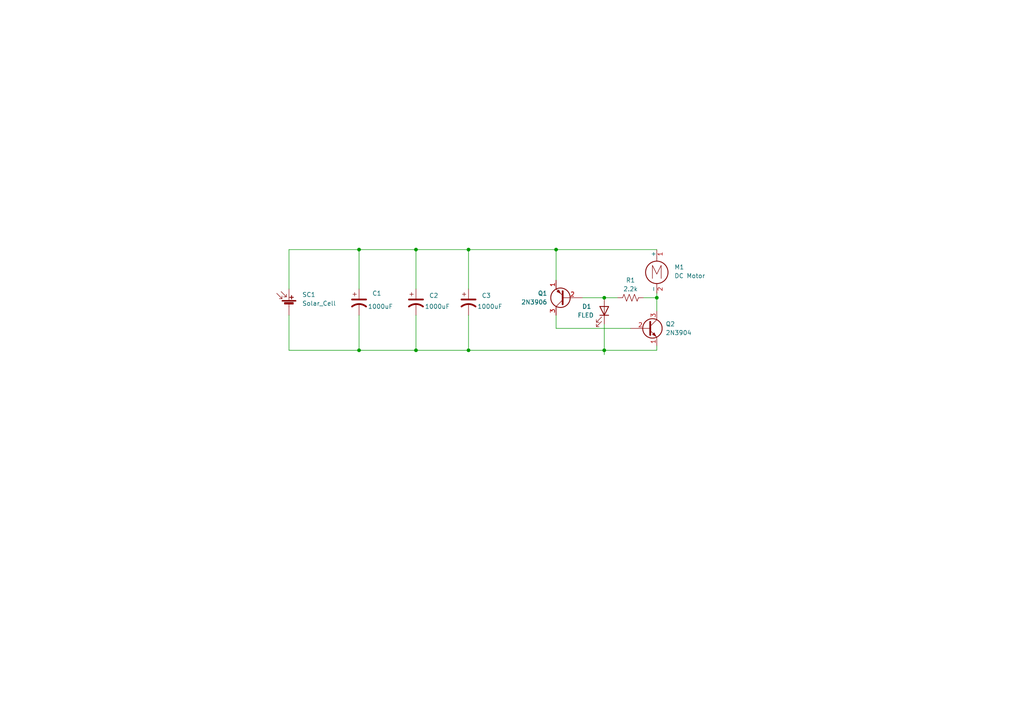
<source format=kicad_sch>
(kicad_sch (version 20211123) (generator eeschema)

  (uuid 9538e4ed-27e6-4c37-b989-9859dc0d49e8)

  (paper "A4")

  (lib_symbols
    (symbol "Device:C_Polarized_US" (pin_numbers hide) (pin_names (offset 0.254) hide) (in_bom yes) (on_board yes)
      (property "Reference" "C" (id 0) (at 0.635 2.54 0)
        (effects (font (size 1.27 1.27)) (justify left))
      )
      (property "Value" "C_Polarized_US" (id 1) (at 0.635 -2.54 0)
        (effects (font (size 1.27 1.27)) (justify left))
      )
      (property "Footprint" "" (id 2) (at 0 0 0)
        (effects (font (size 1.27 1.27)) hide)
      )
      (property "Datasheet" "~" (id 3) (at 0 0 0)
        (effects (font (size 1.27 1.27)) hide)
      )
      (property "ki_keywords" "cap capacitor" (id 4) (at 0 0 0)
        (effects (font (size 1.27 1.27)) hide)
      )
      (property "ki_description" "Polarized capacitor, US symbol" (id 5) (at 0 0 0)
        (effects (font (size 1.27 1.27)) hide)
      )
      (property "ki_fp_filters" "CP_*" (id 6) (at 0 0 0)
        (effects (font (size 1.27 1.27)) hide)
      )
      (symbol "C_Polarized_US_0_1"
        (polyline
          (pts
            (xy -2.032 0.762)
            (xy 2.032 0.762)
          )
          (stroke (width 0.508) (type default) (color 0 0 0 0))
          (fill (type none))
        )
        (polyline
          (pts
            (xy -1.778 2.286)
            (xy -0.762 2.286)
          )
          (stroke (width 0) (type default) (color 0 0 0 0))
          (fill (type none))
        )
        (polyline
          (pts
            (xy -1.27 1.778)
            (xy -1.27 2.794)
          )
          (stroke (width 0) (type default) (color 0 0 0 0))
          (fill (type none))
        )
        (arc (start 2.032 -1.27) (mid 0 -0.5572) (end -2.032 -1.27)
          (stroke (width 0.508) (type default) (color 0 0 0 0))
          (fill (type none))
        )
      )
      (symbol "C_Polarized_US_1_1"
        (pin passive line (at 0 3.81 270) (length 2.794)
          (name "~" (effects (font (size 1.27 1.27))))
          (number "1" (effects (font (size 1.27 1.27))))
        )
        (pin passive line (at 0 -3.81 90) (length 3.302)
          (name "~" (effects (font (size 1.27 1.27))))
          (number "2" (effects (font (size 1.27 1.27))))
        )
      )
    )
    (symbol "Device:LED" (pin_numbers hide) (pin_names (offset 1.016) hide) (in_bom yes) (on_board yes)
      (property "Reference" "D" (id 0) (at 0 2.54 0)
        (effects (font (size 1.27 1.27)))
      )
      (property "Value" "LED" (id 1) (at 0 -2.54 0)
        (effects (font (size 1.27 1.27)))
      )
      (property "Footprint" "" (id 2) (at 0 0 0)
        (effects (font (size 1.27 1.27)) hide)
      )
      (property "Datasheet" "~" (id 3) (at 0 0 0)
        (effects (font (size 1.27 1.27)) hide)
      )
      (property "ki_keywords" "LED diode" (id 4) (at 0 0 0)
        (effects (font (size 1.27 1.27)) hide)
      )
      (property "ki_description" "Light emitting diode" (id 5) (at 0 0 0)
        (effects (font (size 1.27 1.27)) hide)
      )
      (property "ki_fp_filters" "LED* LED_SMD:* LED_THT:*" (id 6) (at 0 0 0)
        (effects (font (size 1.27 1.27)) hide)
      )
      (symbol "LED_0_1"
        (polyline
          (pts
            (xy -1.27 -1.27)
            (xy -1.27 1.27)
          )
          (stroke (width 0.254) (type default) (color 0 0 0 0))
          (fill (type none))
        )
        (polyline
          (pts
            (xy -1.27 0)
            (xy 1.27 0)
          )
          (stroke (width 0) (type default) (color 0 0 0 0))
          (fill (type none))
        )
        (polyline
          (pts
            (xy 1.27 -1.27)
            (xy 1.27 1.27)
            (xy -1.27 0)
            (xy 1.27 -1.27)
          )
          (stroke (width 0.254) (type default) (color 0 0 0 0))
          (fill (type none))
        )
        (polyline
          (pts
            (xy -3.048 -0.762)
            (xy -4.572 -2.286)
            (xy -3.81 -2.286)
            (xy -4.572 -2.286)
            (xy -4.572 -1.524)
          )
          (stroke (width 0) (type default) (color 0 0 0 0))
          (fill (type none))
        )
        (polyline
          (pts
            (xy -1.778 -0.762)
            (xy -3.302 -2.286)
            (xy -2.54 -2.286)
            (xy -3.302 -2.286)
            (xy -3.302 -1.524)
          )
          (stroke (width 0) (type default) (color 0 0 0 0))
          (fill (type none))
        )
      )
      (symbol "LED_1_1"
        (pin passive line (at -3.81 0 0) (length 2.54)
          (name "K" (effects (font (size 1.27 1.27))))
          (number "1" (effects (font (size 1.27 1.27))))
        )
        (pin passive line (at 3.81 0 180) (length 2.54)
          (name "A" (effects (font (size 1.27 1.27))))
          (number "2" (effects (font (size 1.27 1.27))))
        )
      )
    )
    (symbol "Device:R_US" (pin_numbers hide) (pin_names (offset 0)) (in_bom yes) (on_board yes)
      (property "Reference" "R" (id 0) (at 2.54 0 90)
        (effects (font (size 1.27 1.27)))
      )
      (property "Value" "R_US" (id 1) (at -2.54 0 90)
        (effects (font (size 1.27 1.27)))
      )
      (property "Footprint" "" (id 2) (at 1.016 -0.254 90)
        (effects (font (size 1.27 1.27)) hide)
      )
      (property "Datasheet" "~" (id 3) (at 0 0 0)
        (effects (font (size 1.27 1.27)) hide)
      )
      (property "ki_keywords" "R res resistor" (id 4) (at 0 0 0)
        (effects (font (size 1.27 1.27)) hide)
      )
      (property "ki_description" "Resistor, US symbol" (id 5) (at 0 0 0)
        (effects (font (size 1.27 1.27)) hide)
      )
      (property "ki_fp_filters" "R_*" (id 6) (at 0 0 0)
        (effects (font (size 1.27 1.27)) hide)
      )
      (symbol "R_US_0_1"
        (polyline
          (pts
            (xy 0 -2.286)
            (xy 0 -2.54)
          )
          (stroke (width 0) (type default) (color 0 0 0 0))
          (fill (type none))
        )
        (polyline
          (pts
            (xy 0 2.286)
            (xy 0 2.54)
          )
          (stroke (width 0) (type default) (color 0 0 0 0))
          (fill (type none))
        )
        (polyline
          (pts
            (xy 0 -0.762)
            (xy 1.016 -1.143)
            (xy 0 -1.524)
            (xy -1.016 -1.905)
            (xy 0 -2.286)
          )
          (stroke (width 0) (type default) (color 0 0 0 0))
          (fill (type none))
        )
        (polyline
          (pts
            (xy 0 0.762)
            (xy 1.016 0.381)
            (xy 0 0)
            (xy -1.016 -0.381)
            (xy 0 -0.762)
          )
          (stroke (width 0) (type default) (color 0 0 0 0))
          (fill (type none))
        )
        (polyline
          (pts
            (xy 0 2.286)
            (xy 1.016 1.905)
            (xy 0 1.524)
            (xy -1.016 1.143)
            (xy 0 0.762)
          )
          (stroke (width 0) (type default) (color 0 0 0 0))
          (fill (type none))
        )
      )
      (symbol "R_US_1_1"
        (pin passive line (at 0 3.81 270) (length 1.27)
          (name "~" (effects (font (size 1.27 1.27))))
          (number "1" (effects (font (size 1.27 1.27))))
        )
        (pin passive line (at 0 -3.81 90) (length 1.27)
          (name "~" (effects (font (size 1.27 1.27))))
          (number "2" (effects (font (size 1.27 1.27))))
        )
      )
    )
    (symbol "Device:Solar_Cell" (pin_numbers hide) (pin_names (offset 0) hide) (in_bom yes) (on_board yes)
      (property "Reference" "SC" (id 0) (at 2.54 2.54 0)
        (effects (font (size 1.27 1.27)) (justify left))
      )
      (property "Value" "Solar_Cell" (id 1) (at 2.54 0 0)
        (effects (font (size 1.27 1.27)) (justify left))
      )
      (property "Footprint" "" (id 2) (at 0 1.524 90)
        (effects (font (size 1.27 1.27)) hide)
      )
      (property "Datasheet" "~" (id 3) (at 0 1.524 90)
        (effects (font (size 1.27 1.27)) hide)
      )
      (property "ki_keywords" "solar cell" (id 4) (at 0 0 0)
        (effects (font (size 1.27 1.27)) hide)
      )
      (property "ki_description" "Single solar cell" (id 5) (at 0 0 0)
        (effects (font (size 1.27 1.27)) hide)
      )
      (symbol "Solar_Cell_0_1"
        (rectangle (start -2.032 1.778) (end 2.032 1.524)
          (stroke (width 0) (type default) (color 0 0 0 0))
          (fill (type outline))
        )
        (rectangle (start -1.3208 1.1938) (end 1.27 0.6858)
          (stroke (width 0) (type default) (color 0 0 0 0))
          (fill (type outline))
        )
        (polyline
          (pts
            (xy -2.032 2.286)
            (xy -3.556 3.81)
          )
          (stroke (width 0) (type default) (color 0 0 0 0))
          (fill (type none))
        )
        (polyline
          (pts
            (xy -0.762 2.794)
            (xy -2.286 4.318)
          )
          (stroke (width 0) (type default) (color 0 0 0 0))
          (fill (type none))
        )
        (polyline
          (pts
            (xy 0 0.762)
            (xy 0 0)
          )
          (stroke (width 0) (type default) (color 0 0 0 0))
          (fill (type none))
        )
        (polyline
          (pts
            (xy 0 1.778)
            (xy 0 2.54)
          )
          (stroke (width 0) (type default) (color 0 0 0 0))
          (fill (type none))
        )
        (polyline
          (pts
            (xy 0.254 2.667)
            (xy 1.27 2.667)
          )
          (stroke (width 0.254) (type default) (color 0 0 0 0))
          (fill (type none))
        )
        (polyline
          (pts
            (xy 0.762 3.175)
            (xy 0.762 2.159)
          )
          (stroke (width 0.254) (type default) (color 0 0 0 0))
          (fill (type none))
        )
        (polyline
          (pts
            (xy -2.032 3.048)
            (xy -2.032 2.286)
            (xy -2.794 2.286)
          )
          (stroke (width 0) (type default) (color 0 0 0 0))
          (fill (type none))
        )
        (polyline
          (pts
            (xy -0.762 3.556)
            (xy -0.762 2.794)
            (xy -1.524 2.794)
          )
          (stroke (width 0) (type default) (color 0 0 0 0))
          (fill (type none))
        )
      )
      (symbol "Solar_Cell_1_1"
        (pin passive line (at 0 5.08 270) (length 2.54)
          (name "+" (effects (font (size 1.27 1.27))))
          (number "1" (effects (font (size 1.27 1.27))))
        )
        (pin passive line (at 0 -2.54 90) (length 2.54)
          (name "-" (effects (font (size 1.27 1.27))))
          (number "2" (effects (font (size 1.27 1.27))))
        )
      )
    )
    (symbol "Motor:Motor_DC" (pin_names (offset 0)) (in_bom yes) (on_board yes)
      (property "Reference" "M" (id 0) (at 2.54 2.54 0)
        (effects (font (size 1.27 1.27)) (justify left))
      )
      (property "Value" "Motor_DC" (id 1) (at 2.54 -5.08 0)
        (effects (font (size 1.27 1.27)) (justify left top))
      )
      (property "Footprint" "" (id 2) (at 0 -2.286 0)
        (effects (font (size 1.27 1.27)) hide)
      )
      (property "Datasheet" "~" (id 3) (at 0 -2.286 0)
        (effects (font (size 1.27 1.27)) hide)
      )
      (property "ki_keywords" "DC Motor" (id 4) (at 0 0 0)
        (effects (font (size 1.27 1.27)) hide)
      )
      (property "ki_description" "DC Motor" (id 5) (at 0 0 0)
        (effects (font (size 1.27 1.27)) hide)
      )
      (property "ki_fp_filters" "PinHeader*P2.54mm* TerminalBlock*" (id 6) (at 0 0 0)
        (effects (font (size 1.27 1.27)) hide)
      )
      (symbol "Motor_DC_0_0"
        (polyline
          (pts
            (xy -1.27 -3.302)
            (xy -1.27 0.508)
            (xy 0 -2.032)
            (xy 1.27 0.508)
            (xy 1.27 -3.302)
          )
          (stroke (width 0) (type default) (color 0 0 0 0))
          (fill (type none))
        )
      )
      (symbol "Motor_DC_0_1"
        (circle (center 0 -1.524) (radius 3.2512)
          (stroke (width 0.254) (type default) (color 0 0 0 0))
          (fill (type none))
        )
        (polyline
          (pts
            (xy 0 -7.62)
            (xy 0 -7.112)
          )
          (stroke (width 0) (type default) (color 0 0 0 0))
          (fill (type none))
        )
        (polyline
          (pts
            (xy 0 -4.7752)
            (xy 0 -5.1816)
          )
          (stroke (width 0) (type default) (color 0 0 0 0))
          (fill (type none))
        )
        (polyline
          (pts
            (xy 0 1.7272)
            (xy 0 2.0828)
          )
          (stroke (width 0) (type default) (color 0 0 0 0))
          (fill (type none))
        )
        (polyline
          (pts
            (xy 0 2.032)
            (xy 0 2.54)
          )
          (stroke (width 0) (type default) (color 0 0 0 0))
          (fill (type none))
        )
      )
      (symbol "Motor_DC_1_1"
        (pin passive line (at 0 5.08 270) (length 2.54)
          (name "+" (effects (font (size 1.27 1.27))))
          (number "1" (effects (font (size 1.27 1.27))))
        )
        (pin passive line (at 0 -7.62 90) (length 2.54)
          (name "-" (effects (font (size 1.27 1.27))))
          (number "2" (effects (font (size 1.27 1.27))))
        )
      )
    )
    (symbol "Transistor_BJT:2N3904" (pin_names (offset 0) hide) (in_bom yes) (on_board yes)
      (property "Reference" "Q" (id 0) (at 5.08 1.905 0)
        (effects (font (size 1.27 1.27)) (justify left))
      )
      (property "Value" "2N3904" (id 1) (at 5.08 0 0)
        (effects (font (size 1.27 1.27)) (justify left))
      )
      (property "Footprint" "Package_TO_SOT_THT:TO-92_Inline" (id 2) (at 5.08 -1.905 0)
        (effects (font (size 1.27 1.27) italic) (justify left) hide)
      )
      (property "Datasheet" "https://www.onsemi.com/pub/Collateral/2N3903-D.PDF" (id 3) (at 0 0 0)
        (effects (font (size 1.27 1.27)) (justify left) hide)
      )
      (property "ki_keywords" "NPN Transistor" (id 4) (at 0 0 0)
        (effects (font (size 1.27 1.27)) hide)
      )
      (property "ki_description" "0.2A Ic, 40V Vce, Small Signal NPN Transistor, TO-92" (id 5) (at 0 0 0)
        (effects (font (size 1.27 1.27)) hide)
      )
      (property "ki_fp_filters" "TO?92*" (id 6) (at 0 0 0)
        (effects (font (size 1.27 1.27)) hide)
      )
      (symbol "2N3904_0_1"
        (polyline
          (pts
            (xy 0.635 0.635)
            (xy 2.54 2.54)
          )
          (stroke (width 0) (type default) (color 0 0 0 0))
          (fill (type none))
        )
        (polyline
          (pts
            (xy 0.635 -0.635)
            (xy 2.54 -2.54)
            (xy 2.54 -2.54)
          )
          (stroke (width 0) (type default) (color 0 0 0 0))
          (fill (type none))
        )
        (polyline
          (pts
            (xy 0.635 1.905)
            (xy 0.635 -1.905)
            (xy 0.635 -1.905)
          )
          (stroke (width 0.508) (type default) (color 0 0 0 0))
          (fill (type none))
        )
        (polyline
          (pts
            (xy 1.27 -1.778)
            (xy 1.778 -1.27)
            (xy 2.286 -2.286)
            (xy 1.27 -1.778)
            (xy 1.27 -1.778)
          )
          (stroke (width 0) (type default) (color 0 0 0 0))
          (fill (type outline))
        )
        (circle (center 1.27 0) (radius 2.8194)
          (stroke (width 0.254) (type default) (color 0 0 0 0))
          (fill (type none))
        )
      )
      (symbol "2N3904_1_1"
        (pin passive line (at 2.54 -5.08 90) (length 2.54)
          (name "E" (effects (font (size 1.27 1.27))))
          (number "1" (effects (font (size 1.27 1.27))))
        )
        (pin passive line (at -5.08 0 0) (length 5.715)
          (name "B" (effects (font (size 1.27 1.27))))
          (number "2" (effects (font (size 1.27 1.27))))
        )
        (pin passive line (at 2.54 5.08 270) (length 2.54)
          (name "C" (effects (font (size 1.27 1.27))))
          (number "3" (effects (font (size 1.27 1.27))))
        )
      )
    )
    (symbol "Transistor_BJT:2N3906" (pin_names (offset 0) hide) (in_bom yes) (on_board yes)
      (property "Reference" "Q" (id 0) (at 5.08 1.905 0)
        (effects (font (size 1.27 1.27)) (justify left))
      )
      (property "Value" "2N3906" (id 1) (at 5.08 0 0)
        (effects (font (size 1.27 1.27)) (justify left))
      )
      (property "Footprint" "Package_TO_SOT_THT:TO-92_Inline" (id 2) (at 5.08 -1.905 0)
        (effects (font (size 1.27 1.27) italic) (justify left) hide)
      )
      (property "Datasheet" "https://www.onsemi.com/pub/Collateral/2N3906-D.PDF" (id 3) (at 0 0 0)
        (effects (font (size 1.27 1.27)) (justify left) hide)
      )
      (property "ki_keywords" "PNP Transistor" (id 4) (at 0 0 0)
        (effects (font (size 1.27 1.27)) hide)
      )
      (property "ki_description" "-0.2A Ic, -40V Vce, Small Signal PNP Transistor, TO-92" (id 5) (at 0 0 0)
        (effects (font (size 1.27 1.27)) hide)
      )
      (property "ki_fp_filters" "TO?92*" (id 6) (at 0 0 0)
        (effects (font (size 1.27 1.27)) hide)
      )
      (symbol "2N3906_0_1"
        (polyline
          (pts
            (xy 0.635 0.635)
            (xy 2.54 2.54)
          )
          (stroke (width 0) (type default) (color 0 0 0 0))
          (fill (type none))
        )
        (polyline
          (pts
            (xy 0.635 -0.635)
            (xy 2.54 -2.54)
            (xy 2.54 -2.54)
          )
          (stroke (width 0) (type default) (color 0 0 0 0))
          (fill (type none))
        )
        (polyline
          (pts
            (xy 0.635 1.905)
            (xy 0.635 -1.905)
            (xy 0.635 -1.905)
          )
          (stroke (width 0.508) (type default) (color 0 0 0 0))
          (fill (type none))
        )
        (polyline
          (pts
            (xy 2.286 -1.778)
            (xy 1.778 -2.286)
            (xy 1.27 -1.27)
            (xy 2.286 -1.778)
            (xy 2.286 -1.778)
          )
          (stroke (width 0) (type default) (color 0 0 0 0))
          (fill (type outline))
        )
        (circle (center 1.27 0) (radius 2.8194)
          (stroke (width 0.254) (type default) (color 0 0 0 0))
          (fill (type none))
        )
      )
      (symbol "2N3906_1_1"
        (pin passive line (at 2.54 -5.08 90) (length 2.54)
          (name "E" (effects (font (size 1.27 1.27))))
          (number "1" (effects (font (size 1.27 1.27))))
        )
        (pin input line (at -5.08 0 0) (length 5.715)
          (name "B" (effects (font (size 1.27 1.27))))
          (number "2" (effects (font (size 1.27 1.27))))
        )
        (pin passive line (at 2.54 5.08 270) (length 2.54)
          (name "C" (effects (font (size 1.27 1.27))))
          (number "3" (effects (font (size 1.27 1.27))))
        )
      )
    )
  )

  (junction (at 190.5 86.36) (diameter 0) (color 0 0 0 0)
    (uuid 0db9c08f-d153-4779-bbbb-c39b13ee9eb7)
  )
  (junction (at 161.29 72.39) (diameter 0) (color 0 0 0 0)
    (uuid 2930d2e6-563d-42dd-a898-18912196d71a)
  )
  (junction (at 175.26 86.36) (diameter 0) (color 0 0 0 0)
    (uuid 36654a5c-c022-4a83-a381-dd6c0e4f7d7c)
  )
  (junction (at 135.89 101.6) (diameter 0) (color 0 0 0 0)
    (uuid 5218dfec-bb64-4d66-9bec-496629a5c8f9)
  )
  (junction (at 120.65 72.39) (diameter 0) (color 0 0 0 0)
    (uuid 6d060325-f530-414b-914c-a6772ec9173d)
  )
  (junction (at 104.14 101.6) (diameter 0) (color 0 0 0 0)
    (uuid 75f57cfe-0a1a-4476-a8fb-c8900e4d463b)
  )
  (junction (at 120.65 101.6) (diameter 0) (color 0 0 0 0)
    (uuid 972bc27c-4789-463e-9c49-765a85d7b420)
  )
  (junction (at 104.14 72.39) (diameter 0) (color 0 0 0 0)
    (uuid b69ed64a-a508-4117-9edb-371411a6ae8d)
  )
  (junction (at 135.89 72.39) (diameter 0) (color 0 0 0 0)
    (uuid bf163515-1aa6-4581-a7ae-6b9aaebf9ed1)
  )
  (junction (at 175.26 101.6) (diameter 0) (color 0 0 0 0)
    (uuid f01a6e5f-fdec-4637-b533-4ac041059868)
  )

  (wire (pts (xy 135.89 91.44) (xy 135.89 101.6))
    (stroke (width 0) (type default) (color 0 0 0 0))
    (uuid 04593bf7-87d2-44c7-bc08-b13812c63eee)
  )
  (wire (pts (xy 83.82 91.44) (xy 83.82 101.6))
    (stroke (width 0) (type default) (color 0 0 0 0))
    (uuid 10f21e6e-efa9-4e4c-b4eb-cfd4481f6fce)
  )
  (wire (pts (xy 104.14 72.39) (xy 104.14 83.82))
    (stroke (width 0) (type default) (color 0 0 0 0))
    (uuid 13ef12e5-ffa7-4904-99d4-bf74f996ee7d)
  )
  (wire (pts (xy 161.29 72.39) (xy 190.5 72.39))
    (stroke (width 0) (type default) (color 0 0 0 0))
    (uuid 147cc31b-4b75-4e69-ae4b-2adbf5168a78)
  )
  (wire (pts (xy 190.5 100.33) (xy 190.5 101.6))
    (stroke (width 0) (type default) (color 0 0 0 0))
    (uuid 28cd5c15-cebc-4bad-8bf8-3f604cad41a4)
  )
  (wire (pts (xy 190.5 86.36) (xy 190.5 90.17))
    (stroke (width 0) (type default) (color 0 0 0 0))
    (uuid 325aa480-fe58-4f22-b5ea-06ee22305de7)
  )
  (wire (pts (xy 161.29 91.44) (xy 161.29 95.25))
    (stroke (width 0) (type default) (color 0 0 0 0))
    (uuid 3f614c72-ff92-4325-9e62-fb979842e0ed)
  )
  (wire (pts (xy 175.26 93.98) (xy 175.26 101.6))
    (stroke (width 0) (type default) (color 0 0 0 0))
    (uuid 4b0dc22f-c392-485b-981a-b173dd212025)
  )
  (wire (pts (xy 120.65 72.39) (xy 120.65 83.82))
    (stroke (width 0) (type default) (color 0 0 0 0))
    (uuid 4ea25492-bddf-4264-8bd0-c6936a06f014)
  )
  (wire (pts (xy 135.89 101.6) (xy 175.26 101.6))
    (stroke (width 0) (type default) (color 0 0 0 0))
    (uuid 52346182-449a-4543-848a-3bddacfbab56)
  )
  (wire (pts (xy 83.82 72.39) (xy 83.82 83.82))
    (stroke (width 0) (type default) (color 0 0 0 0))
    (uuid 553cc2af-8364-45b7-a438-e9043cabf9cf)
  )
  (wire (pts (xy 175.26 86.36) (xy 179.07 86.36))
    (stroke (width 0) (type default) (color 0 0 0 0))
    (uuid 7157e13e-7274-499c-80d4-f11d693828b9)
  )
  (wire (pts (xy 135.89 72.39) (xy 161.29 72.39))
    (stroke (width 0) (type default) (color 0 0 0 0))
    (uuid 7d22e36b-fff3-417a-8518-82e80969f20c)
  )
  (wire (pts (xy 104.14 101.6) (xy 120.65 101.6))
    (stroke (width 0) (type default) (color 0 0 0 0))
    (uuid 97a36738-4812-4c83-ba1f-fa6a654de3a1)
  )
  (wire (pts (xy 120.65 101.6) (xy 135.89 101.6))
    (stroke (width 0) (type default) (color 0 0 0 0))
    (uuid acc46172-241a-4a7f-9adb-0bea8e4a2af1)
  )
  (wire (pts (xy 168.91 86.36) (xy 175.26 86.36))
    (stroke (width 0) (type default) (color 0 0 0 0))
    (uuid b011c504-b4f2-4bc9-a8d1-f102686bbd79)
  )
  (wire (pts (xy 135.89 72.39) (xy 135.89 83.82))
    (stroke (width 0) (type default) (color 0 0 0 0))
    (uuid b0bf3249-f3de-493d-b316-17a12f132dc9)
  )
  (wire (pts (xy 120.65 91.44) (xy 120.65 101.6))
    (stroke (width 0) (type default) (color 0 0 0 0))
    (uuid b9d8589c-5713-49a1-b3bd-79aa7578bf10)
  )
  (wire (pts (xy 83.82 72.39) (xy 104.14 72.39))
    (stroke (width 0) (type default) (color 0 0 0 0))
    (uuid bff1fbf5-e54a-4a3f-9155-2f52c566f364)
  )
  (wire (pts (xy 190.5 85.09) (xy 190.5 86.36))
    (stroke (width 0) (type default) (color 0 0 0 0))
    (uuid c2ed0b23-be47-46d6-a856-16834e39e7db)
  )
  (wire (pts (xy 175.26 101.6) (xy 190.5 101.6))
    (stroke (width 0) (type default) (color 0 0 0 0))
    (uuid c462853a-bfda-493e-a94a-4d50f9441da4)
  )
  (wire (pts (xy 104.14 91.44) (xy 104.14 101.6))
    (stroke (width 0) (type default) (color 0 0 0 0))
    (uuid ca138706-d5e6-4f50-8f01-3b52a222ef4a)
  )
  (wire (pts (xy 186.69 86.36) (xy 190.5 86.36))
    (stroke (width 0) (type default) (color 0 0 0 0))
    (uuid cf5d6248-d887-4e28-9cc0-43905c410584)
  )
  (wire (pts (xy 120.65 72.39) (xy 135.89 72.39))
    (stroke (width 0) (type default) (color 0 0 0 0))
    (uuid d0d4cbc5-db92-4ea5-9910-93ee03e30059)
  )
  (wire (pts (xy 175.26 102.87) (xy 175.26 101.6))
    (stroke (width 0) (type default) (color 0 0 0 0))
    (uuid df40d49f-d350-4990-8d8f-098ee5ae5747)
  )
  (wire (pts (xy 83.82 101.6) (xy 104.14 101.6))
    (stroke (width 0) (type default) (color 0 0 0 0))
    (uuid ef007a2b-25c9-4d37-a55b-8e6ada71ce5e)
  )
  (wire (pts (xy 161.29 95.25) (xy 182.88 95.25))
    (stroke (width 0) (type default) (color 0 0 0 0))
    (uuid ef8e6524-3149-4790-93ea-f737815a509f)
  )
  (wire (pts (xy 161.29 81.28) (xy 161.29 72.39))
    (stroke (width 0) (type default) (color 0 0 0 0))
    (uuid f06551a7-78ba-48f0-bd32-de0c8f2e0414)
  )
  (wire (pts (xy 104.14 72.39) (xy 120.65 72.39))
    (stroke (width 0) (type default) (color 0 0 0 0))
    (uuid f424370d-1910-4533-918f-68e534d844d2)
  )

  (symbol (lib_id "Device:C_Polarized_US") (at 120.65 87.63 0) (unit 1)
    (in_bom yes) (on_board yes)
    (uuid 02b3d611-0b13-4e3f-a7a9-efb4c5014648)
    (property "Reference" "C2" (id 0) (at 124.46 85.7249 0)
      (effects (font (size 1.27 1.27)) (justify left))
    )
    (property "Value" " 1000uF" (id 1) (at 123.19 88.9 0)
      (effects (font (size 1.27 1.27)) (justify left))
    )
    (property "Footprint" "" (id 2) (at 120.65 87.63 0)
      (effects (font (size 1.27 1.27)) hide)
    )
    (property "Datasheet" "~" (id 3) (at 120.65 87.63 0)
      (effects (font (size 1.27 1.27)) hide)
    )
    (pin "1" (uuid af36bc77-a054-4a67-91f6-a94fc18e586d))
    (pin "2" (uuid a514883e-4ea2-4671-ace0-d46d587b4c02))
  )

  (symbol (lib_id "Device:R_US") (at 182.88 86.36 270) (unit 1)
    (in_bom yes) (on_board yes)
    (uuid 53e5dc7a-8358-4b3b-8e30-2b479c51c107)
    (property "Reference" "R1" (id 0) (at 182.88 81.28 90))
    (property "Value" "2.2k" (id 1) (at 182.88 83.82 90))
    (property "Footprint" "" (id 2) (at 182.626 87.376 90)
      (effects (font (size 1.27 1.27)) hide)
    )
    (property "Datasheet" "~" (id 3) (at 182.88 86.36 0)
      (effects (font (size 1.27 1.27)) hide)
    )
    (pin "1" (uuid 33899bda-9825-464c-8d4c-faea725e7d6a))
    (pin "2" (uuid 1fe60408-bce3-402e-9f07-a5e77932a72b))
  )

  (symbol (lib_id "Transistor_BJT:2N3906") (at 163.83 86.36 180) (unit 1)
    (in_bom yes) (on_board yes) (fields_autoplaced)
    (uuid 6438d48d-ba1c-43b7-a7fe-2fc2976aa1c9)
    (property "Reference" "Q1" (id 0) (at 158.75 85.0899 0)
      (effects (font (size 1.27 1.27)) (justify left))
    )
    (property "Value" "2N3906" (id 1) (at 158.75 87.6299 0)
      (effects (font (size 1.27 1.27)) (justify left))
    )
    (property "Footprint" "Package_TO_SOT_THT:TO-92_Inline" (id 2) (at 158.75 84.455 0)
      (effects (font (size 1.27 1.27) italic) (justify left) hide)
    )
    (property "Datasheet" "https://www.onsemi.com/pub/Collateral/2N3906-D.PDF" (id 3) (at 163.83 86.36 0)
      (effects (font (size 1.27 1.27)) (justify left) hide)
    )
    (pin "1" (uuid ba944bfe-e9f5-419d-91c3-dd4ead005979))
    (pin "2" (uuid 40677b30-a850-47ef-b5a9-b561b02e951f))
    (pin "3" (uuid 2a72c971-8187-433a-9ee7-fbbf862d3bd2))
  )

  (symbol (lib_id "Device:Solar_Cell") (at 83.82 88.9 0) (unit 1)
    (in_bom yes) (on_board yes) (fields_autoplaced)
    (uuid 6e7392b9-d858-4be4-9b51-a28f0bdb254b)
    (property "Reference" "SC1" (id 0) (at 87.63 85.4709 0)
      (effects (font (size 1.27 1.27)) (justify left))
    )
    (property "Value" "Solar_Cell" (id 1) (at 87.63 88.0109 0)
      (effects (font (size 1.27 1.27)) (justify left))
    )
    (property "Footprint" "" (id 2) (at 83.82 87.376 90)
      (effects (font (size 1.27 1.27)) hide)
    )
    (property "Datasheet" "~" (id 3) (at 83.82 87.376 90)
      (effects (font (size 1.27 1.27)) hide)
    )
    (pin "1" (uuid ed6054d2-89cf-42a5-87f3-f4502a022564))
    (pin "2" (uuid 690418be-04be-4a36-9626-2762bf07ea29))
  )

  (symbol (lib_id "Device:C_Polarized_US") (at 104.14 87.63 0) (unit 1)
    (in_bom yes) (on_board yes)
    (uuid 7fce01a8-7dff-4a89-b8e7-bd211b1910f2)
    (property "Reference" "C1" (id 0) (at 107.95 85.09 0)
      (effects (font (size 1.27 1.27)) (justify left))
    )
    (property "Value" " 1000uF" (id 1) (at 106.68 88.9 0)
      (effects (font (size 1.27 1.27)) (justify left))
    )
    (property "Footprint" "" (id 2) (at 104.14 87.63 0)
      (effects (font (size 1.27 1.27)) hide)
    )
    (property "Datasheet" "~" (id 3) (at 104.14 87.63 0)
      (effects (font (size 1.27 1.27)) hide)
    )
    (pin "1" (uuid 61989b2b-fef9-44d3-9ad1-8d1cdb840dd7))
    (pin "2" (uuid 2d8172e9-aa75-4984-8aa7-f36bcb2bb96f))
  )

  (symbol (lib_id "Device:LED") (at 175.26 90.17 270) (mirror x) (unit 1)
    (in_bom yes) (on_board yes)
    (uuid 9fbc94b3-60c6-4a02-ba9d-386bba8d1852)
    (property "Reference" "D1" (id 0) (at 170.18 88.9 90))
    (property "Value" "FLED" (id 1) (at 169.8625 91.44 90))
    (property "Footprint" "" (id 2) (at 175.26 90.17 0)
      (effects (font (size 1.27 1.27)) hide)
    )
    (property "Datasheet" "~" (id 3) (at 175.26 90.17 0)
      (effects (font (size 1.27 1.27)) hide)
    )
    (pin "1" (uuid f9de81ef-60cc-4ff3-9ce3-edccfb3c63fe))
    (pin "2" (uuid 2c57a5cb-4039-4101-acc4-ec8b62788dcf))
  )

  (symbol (lib_id "Transistor_BJT:2N3904") (at 187.96 95.25 0) (unit 1)
    (in_bom yes) (on_board yes) (fields_autoplaced)
    (uuid a852c2c8-6303-44da-88aa-68c9f2caf413)
    (property "Reference" "Q2" (id 0) (at 193.04 93.9799 0)
      (effects (font (size 1.27 1.27)) (justify left))
    )
    (property "Value" "2N3904" (id 1) (at 193.04 96.5199 0)
      (effects (font (size 1.27 1.27)) (justify left))
    )
    (property "Footprint" "Package_TO_SOT_THT:TO-92_Inline" (id 2) (at 193.04 97.155 0)
      (effects (font (size 1.27 1.27) italic) (justify left) hide)
    )
    (property "Datasheet" "https://www.onsemi.com/pub/Collateral/2N3903-D.PDF" (id 3) (at 187.96 95.25 0)
      (effects (font (size 1.27 1.27)) (justify left) hide)
    )
    (pin "1" (uuid 121662a0-1e1c-4741-add6-a7437404e29a))
    (pin "2" (uuid 71b0c2e8-a92a-4e7e-873c-308df76ff06d))
    (pin "3" (uuid e0586621-2374-4ab1-8595-ab0fd31d4c07))
  )

  (symbol (lib_id "Device:C_Polarized_US") (at 135.89 87.63 0) (unit 1)
    (in_bom yes) (on_board yes)
    (uuid ce033e93-f392-4b97-9ccc-635940f99cb2)
    (property "Reference" "C3" (id 0) (at 139.7 85.7249 0)
      (effects (font (size 1.27 1.27)) (justify left))
    )
    (property "Value" " 1000uF" (id 1) (at 138.43 88.9 0)
      (effects (font (size 1.27 1.27)) (justify left))
    )
    (property "Footprint" "" (id 2) (at 135.89 87.63 0)
      (effects (font (size 1.27 1.27)) hide)
    )
    (property "Datasheet" "~" (id 3) (at 135.89 87.63 0)
      (effects (font (size 1.27 1.27)) hide)
    )
    (pin "1" (uuid e2c85721-5a86-43ae-92fb-503363cebbca))
    (pin "2" (uuid cf2332e4-e4cf-471a-94a5-88d4d6c74949))
  )

  (symbol (lib_id "Motor:Motor_DC") (at 190.5 77.47 0) (unit 1)
    (in_bom yes) (on_board yes)
    (uuid f67d8a99-c81b-4ff8-8ac3-66caf25947b9)
    (property "Reference" "M1" (id 0) (at 195.58 77.47 0)
      (effects (font (size 1.27 1.27)) (justify left))
    )
    (property "Value" "DC Motor" (id 1) (at 195.58 80.01 0)
      (effects (font (size 1.27 1.27)) (justify left))
    )
    (property "Footprint" "" (id 2) (at 190.5 79.756 0)
      (effects (font (size 1.27 1.27)) hide)
    )
    (property "Datasheet" "~" (id 3) (at 190.5 79.756 0)
      (effects (font (size 1.27 1.27)) hide)
    )
    (pin "1" (uuid 3e1cf51b-d7fd-4806-80b0-57e2449745e4))
    (pin "2" (uuid b6bff334-5c67-43ff-84a1-d3107677d8c6))
  )

  (sheet_instances
    (path "/" (page "1"))
  )

  (symbol_instances
    (path "/7fce01a8-7dff-4a89-b8e7-bd211b1910f2"
      (reference "C1") (unit 1) (value " 1000uF") (footprint "")
    )
    (path "/02b3d611-0b13-4e3f-a7a9-efb4c5014648"
      (reference "C2") (unit 1) (value " 1000uF") (footprint "")
    )
    (path "/ce033e93-f392-4b97-9ccc-635940f99cb2"
      (reference "C3") (unit 1) (value " 1000uF") (footprint "")
    )
    (path "/9fbc94b3-60c6-4a02-ba9d-386bba8d1852"
      (reference "D1") (unit 1) (value "FLED") (footprint "")
    )
    (path "/f67d8a99-c81b-4ff8-8ac3-66caf25947b9"
      (reference "M1") (unit 1) (value "DC Motor") (footprint "")
    )
    (path "/6438d48d-ba1c-43b7-a7fe-2fc2976aa1c9"
      (reference "Q1") (unit 1) (value "2N3906") (footprint "Package_TO_SOT_THT:TO-92_Inline")
    )
    (path "/a852c2c8-6303-44da-88aa-68c9f2caf413"
      (reference "Q2") (unit 1) (value "2N3904") (footprint "Package_TO_SOT_THT:TO-92_Inline")
    )
    (path "/53e5dc7a-8358-4b3b-8e30-2b479c51c107"
      (reference "R1") (unit 1) (value "2.2k") (footprint "")
    )
    (path "/6e7392b9-d858-4be4-9b51-a28f0bdb254b"
      (reference "SC1") (unit 1) (value "Solar_Cell") (footprint "")
    )
  )
)

</source>
